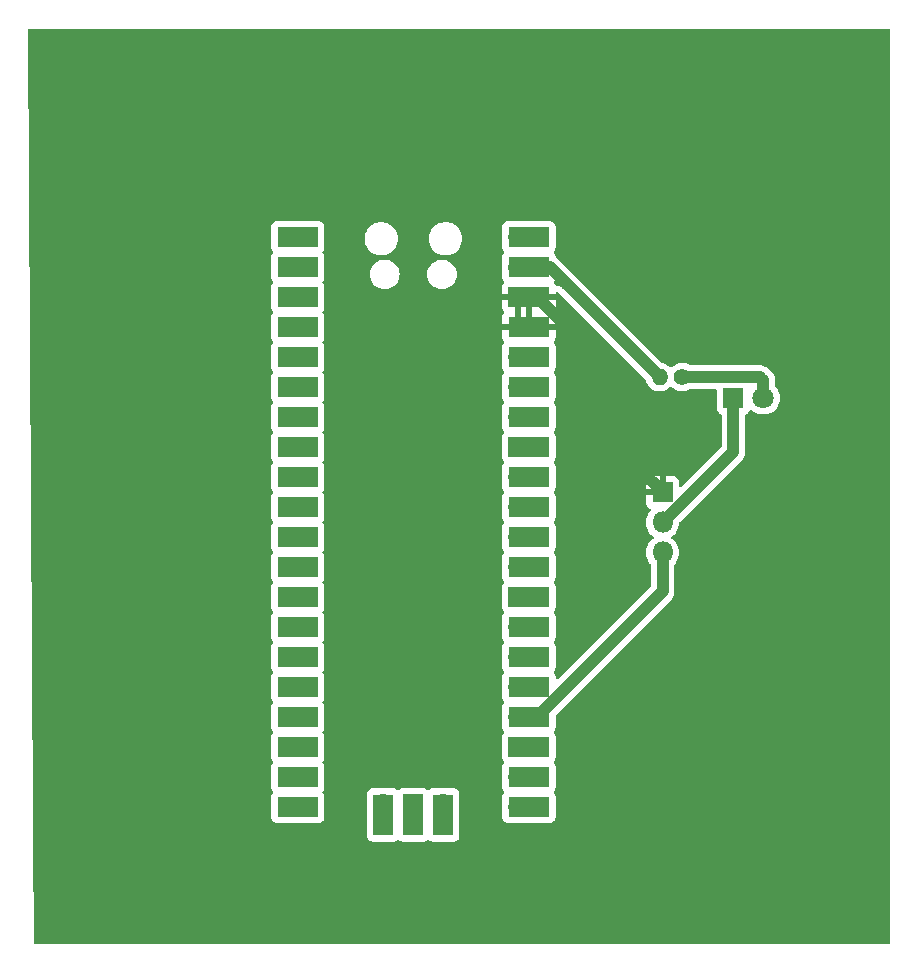
<source format=gbr>
%TF.GenerationSoftware,KiCad,Pcbnew,8.0.0*%
%TF.CreationDate,2024-03-27T20:18:41-03:00*%
%TF.ProjectId,ponderadaPcb,706f6e64-6572-4616-9461-5063622e6b69,rev?*%
%TF.SameCoordinates,Original*%
%TF.FileFunction,Copper,L1,Top*%
%TF.FilePolarity,Positive*%
%FSLAX46Y46*%
G04 Gerber Fmt 4.6, Leading zero omitted, Abs format (unit mm)*
G04 Created by KiCad (PCBNEW 8.0.0) date 2024-03-27 20:18:41*
%MOMM*%
%LPD*%
G01*
G04 APERTURE LIST*
%TA.AperFunction,ComponentPad*%
%ADD10O,1.700000X1.700000*%
%TD*%
%TA.AperFunction,SMDPad,CuDef*%
%ADD11R,3.500000X1.700000*%
%TD*%
%TA.AperFunction,ComponentPad*%
%ADD12R,1.700000X1.700000*%
%TD*%
%TA.AperFunction,SMDPad,CuDef*%
%ADD13R,1.700000X3.500000*%
%TD*%
%TA.AperFunction,ComponentPad*%
%ADD14C,1.400000*%
%TD*%
%TA.AperFunction,ComponentPad*%
%ADD15O,1.400000X1.400000*%
%TD*%
%TA.AperFunction,ComponentPad*%
%ADD16R,1.800000X1.800000*%
%TD*%
%TA.AperFunction,ComponentPad*%
%ADD17O,1.800000X1.800000*%
%TD*%
%TA.AperFunction,ComponentPad*%
%ADD18C,1.800000*%
%TD*%
%TA.AperFunction,Conductor*%
%ADD19C,0.200000*%
%TD*%
%TA.AperFunction,Conductor*%
%ADD20C,1.000000*%
%TD*%
G04 APERTURE END LIST*
D10*
%TO.P,U1,1,GPIO0*%
%TO.N,unconnected-(U1-GPIO0-Pad1)*%
X136255000Y-70655000D03*
D11*
X135355000Y-70655000D03*
D10*
%TO.P,U1,2,GPIO1*%
%TO.N,unconnected-(U1-GPIO1-Pad2)*%
X136255000Y-73195000D03*
D11*
X135355000Y-73195000D03*
%TO.P,U1,3,GND*%
%TO.N,unconnected-(U1-GND-Pad3)*%
X135355000Y-75735000D03*
D12*
X136255000Y-75735000D03*
D10*
%TO.P,U1,4,GPIO2*%
%TO.N,unconnected-(U1-GPIO2-Pad4)*%
X136255000Y-78275000D03*
D11*
X135355000Y-78275000D03*
D10*
%TO.P,U1,5,GPIO3*%
%TO.N,unconnected-(U1-GPIO3-Pad5)*%
X136255000Y-80815000D03*
D11*
X135355000Y-80815000D03*
D10*
%TO.P,U1,6,GPIO4*%
%TO.N,unconnected-(U1-GPIO4-Pad6)*%
X136255000Y-83355000D03*
D11*
X135355000Y-83355000D03*
%TO.P,U1,7,GPIO5*%
%TO.N,unconnected-(U1-GPIO5-Pad7)*%
X135355000Y-85895000D03*
D10*
X136255000Y-85895000D03*
D12*
%TO.P,U1,8,GND*%
%TO.N,unconnected-(U1-GND-Pad8)*%
X136255000Y-88435000D03*
D11*
X135355000Y-88435000D03*
%TO.P,U1,9,GPIO6*%
%TO.N,unconnected-(U1-GPIO6-Pad9)*%
X135355000Y-90975000D03*
D10*
X136255000Y-90975000D03*
%TO.P,U1,10,GPIO7*%
%TO.N,unconnected-(U1-GPIO7-Pad10)*%
X136255000Y-93515000D03*
D11*
X135355000Y-93515000D03*
%TO.P,U1,11,GPIO8*%
%TO.N,unconnected-(U1-GPIO8-Pad11)*%
X135355000Y-96055000D03*
D10*
X136255000Y-96055000D03*
%TO.P,U1,12,GPIO9*%
%TO.N,unconnected-(U1-GPIO9-Pad12)*%
X136255000Y-98595000D03*
D11*
X135355000Y-98595000D03*
D12*
%TO.P,U1,13,GND*%
%TO.N,unconnected-(U1-GND-Pad13)*%
X136255000Y-101135000D03*
D11*
X135355000Y-101135000D03*
%TO.P,U1,14,GPIO10*%
%TO.N,unconnected-(U1-GPIO10-Pad14)*%
X135355000Y-103675000D03*
D10*
X136255000Y-103675000D03*
%TO.P,U1,15,GPIO11*%
%TO.N,unconnected-(U1-GPIO11-Pad15)*%
X136255000Y-106215000D03*
D11*
X135355000Y-106215000D03*
%TO.P,U1,16,GPIO12*%
%TO.N,unconnected-(U1-GPIO12-Pad16)*%
X135355000Y-108755000D03*
D10*
X136255000Y-108755000D03*
D11*
%TO.P,U1,17,GPIO13*%
%TO.N,unconnected-(U1-GPIO13-Pad17)*%
X135355000Y-111295000D03*
D10*
X136255000Y-111295000D03*
D11*
%TO.P,U1,18,GND*%
%TO.N,unconnected-(U1-GND-Pad18)*%
X135355000Y-113835000D03*
D12*
X136255000Y-113835000D03*
D10*
%TO.P,U1,19,GPIO14*%
%TO.N,unconnected-(U1-GPIO14-Pad19)*%
X136255000Y-116375000D03*
D11*
X135355000Y-116375000D03*
%TO.P,U1,20,GPIO15*%
%TO.N,unconnected-(U1-GPIO15-Pad20)*%
X135355000Y-118915000D03*
D10*
X136255000Y-118915000D03*
D11*
%TO.P,U1,21,GPIO16*%
%TO.N,unconnected-(U1-GPIO16-Pad21)*%
X154935000Y-118915000D03*
D10*
X154035000Y-118915000D03*
D11*
%TO.P,U1,22,GPIO17*%
%TO.N,unconnected-(U1-GPIO17-Pad22)*%
X154935000Y-116375000D03*
D10*
X154035000Y-116375000D03*
D11*
%TO.P,U1,23,GND*%
%TO.N,unconnected-(U1-GND-Pad23)*%
X154935000Y-113835000D03*
D12*
X154035000Y-113835000D03*
D10*
%TO.P,U1,24,GPIO18*%
%TO.N,Net-(Q1-B)*%
X154035000Y-111295000D03*
D11*
X154935000Y-111295000D03*
%TO.P,U1,25,GPIO19*%
X154935000Y-108755000D03*
D10*
X154035000Y-108755000D03*
D11*
%TO.P,U1,26,GPIO20*%
%TO.N,unconnected-(U1-GPIO20-Pad26)*%
X154935000Y-106215000D03*
D10*
X154035000Y-106215000D03*
%TO.P,U1,27,GPIO21*%
%TO.N,unconnected-(U1-GPIO21-Pad27)*%
X154035000Y-103675000D03*
D11*
X154935000Y-103675000D03*
D12*
%TO.P,U1,28,GND*%
%TO.N,unconnected-(U1-GND-Pad28)*%
X154035000Y-101135000D03*
D11*
X154935000Y-101135000D03*
D10*
%TO.P,U1,29,GPIO22*%
%TO.N,unconnected-(U1-GPIO22-Pad29)*%
X154035000Y-98595000D03*
D11*
X154935000Y-98595000D03*
%TO.P,U1,30,RUN*%
%TO.N,unconnected-(U1-RUN-Pad30)*%
X154935000Y-96055000D03*
D10*
X154035000Y-96055000D03*
%TO.P,U1,31,GPIO26_ADC0*%
%TO.N,unconnected-(U1-GPIO26_ADC0-Pad31)*%
X154035000Y-93515000D03*
D11*
X154935000Y-93515000D03*
D10*
%TO.P,U1,32,GPIO27_ADC1*%
%TO.N,unconnected-(U1-GPIO27_ADC1-Pad32)*%
X154035000Y-90975000D03*
D11*
X154935000Y-90975000D03*
%TO.P,U1,33,AGND*%
%TO.N,unconnected-(U1-AGND-Pad33)*%
X154935000Y-88435000D03*
D12*
X154035000Y-88435000D03*
D11*
%TO.P,U1,34,GPIO28_ADC2*%
%TO.N,unconnected-(U1-GPIO28_ADC2-Pad34)*%
X154935000Y-85895000D03*
D10*
X154035000Y-85895000D03*
D11*
%TO.P,U1,35,ADC_VREF*%
%TO.N,unconnected-(U1-ADC_VREF-Pad35)*%
X154935000Y-83355000D03*
D10*
X154035000Y-83355000D03*
%TO.P,U1,36,3V3*%
%TO.N,unconnected-(U1-3V3-Pad36)*%
X154035000Y-80815000D03*
D11*
X154935000Y-80815000D03*
%TO.P,U1,37,3V3_EN*%
%TO.N,GND*%
X154935000Y-78275000D03*
D10*
X154035000Y-78275000D03*
D11*
%TO.P,U1,38,GND*%
X154935000Y-75735000D03*
D12*
X154035000Y-75735000D03*
D11*
%TO.P,U1,39,VSYS*%
%TO.N,VCC*%
X154935000Y-73195000D03*
D10*
X154035000Y-73195000D03*
%TO.P,U1,40,VBUS*%
%TO.N,unconnected-(U1-VBUS-Pad40)*%
X154035000Y-70655000D03*
D11*
X154935000Y-70655000D03*
D13*
%TO.P,U1,41,SWCLK*%
%TO.N,unconnected-(U1-SWCLK-Pad41)*%
X142605000Y-119585000D03*
D10*
X142605000Y-118685000D03*
D12*
%TO.P,U1,42,GND*%
%TO.N,unconnected-(U1-GND-Pad42)*%
X145145000Y-118685000D03*
D13*
X145145000Y-119585000D03*
D10*
%TO.P,U1,43,SWDIO*%
%TO.N,unconnected-(U1-SWDIO-Pad43)*%
X147685000Y-118685000D03*
D13*
X147685000Y-119585000D03*
%TD*%
D14*
%TO.P,R1,1*%
%TO.N,Net-(D1-A)*%
X167905000Y-82500000D03*
D15*
%TO.P,R1,2*%
%TO.N,VCC*%
X166005000Y-82500000D03*
%TD*%
D16*
%TO.P,Q1,1,E*%
%TO.N,GND*%
X166250000Y-92275000D03*
D17*
%TO.P,Q1,2,C*%
%TO.N,Net-(D1-K)*%
X166250000Y-94815000D03*
%TO.P,Q1,3,B*%
%TO.N,Net-(Q1-B)*%
X166250000Y-97355000D03*
%TD*%
D16*
%TO.P,D1,1,K*%
%TO.N,Net-(D1-K)*%
X172250000Y-84275000D03*
D18*
%TO.P,D1,2,A*%
%TO.N,Net-(D1-A)*%
X174790000Y-84275000D03*
%TD*%
D19*
%TO.N,Net-(D1-A)*%
X174790000Y-82790000D02*
X174500000Y-82500000D01*
D20*
X174790000Y-84275000D02*
X174790000Y-82790000D01*
D19*
%TO.N,VCC*%
X154035000Y-73195000D02*
X156700000Y-73195000D01*
D20*
X156700000Y-73195000D02*
X166005000Y-82500000D01*
%TO.N,Net-(D1-A)*%
X174500000Y-82500000D02*
X167905000Y-82500000D01*
D19*
%TO.N,Net-(Q1-B)*%
X155595000Y-111295000D02*
X154035000Y-111295000D01*
D20*
X166250000Y-97355000D02*
X166250000Y-100640000D01*
X166250000Y-100640000D02*
X155595000Y-111295000D01*
%TO.N,GND*%
X164350000Y-84490000D02*
X164350000Y-90375000D01*
X155595000Y-75735000D02*
X164350000Y-84490000D01*
D19*
X154035000Y-75735000D02*
X155595000Y-75735000D01*
D20*
X164350000Y-90375000D02*
X166250000Y-92275000D01*
%TO.N,Net-(D1-K)*%
X172250000Y-88815000D02*
X166250000Y-94815000D01*
X172250000Y-84275000D02*
X172250000Y-88815000D01*
%TD*%
%TA.AperFunction,Conductor*%
%TO.N,VCC*%
G36*
X157165713Y-72964685D02*
G01*
X157186355Y-72981319D01*
X165454963Y-81249927D01*
X165488448Y-81311250D01*
X165483464Y-81380942D01*
X165441592Y-81436875D01*
X165432560Y-81443035D01*
X165278738Y-81538278D01*
X165114391Y-81688099D01*
X164980368Y-81865574D01*
X164954192Y-81918141D01*
X164906688Y-81969377D01*
X164839025Y-81986797D01*
X164772685Y-81964870D01*
X164755512Y-81950548D01*
X157754146Y-74949181D01*
X157751562Y-74946687D01*
X157741161Y-74936650D01*
X157734683Y-74930618D01*
X157721235Y-74918537D01*
X157600195Y-74840750D01*
X157537132Y-74811950D01*
X157536652Y-74811728D01*
X157536636Y-74811723D01*
X157398583Y-74771189D01*
X157398582Y-74771189D01*
X157262826Y-74771189D01*
X157195787Y-74751504D01*
X157150032Y-74698700D01*
X157146644Y-74690521D01*
X157128798Y-74642673D01*
X157128795Y-74642668D01*
X157051109Y-74538893D01*
X157026692Y-74473430D01*
X157041543Y-74405157D01*
X157051110Y-74390271D01*
X157128352Y-74287089D01*
X157128354Y-74287086D01*
X157178596Y-74152379D01*
X157178598Y-74152372D01*
X157184999Y-74092844D01*
X157185000Y-74092827D01*
X157185000Y-73445000D01*
X154479560Y-73445000D01*
X154510245Y-73391853D01*
X154545000Y-73262143D01*
X154545000Y-73127857D01*
X154510245Y-72998147D01*
X154479560Y-72945000D01*
X157098674Y-72945000D01*
X157165713Y-72964685D01*
G37*
%TD.AperFunction*%
%TA.AperFunction,Conductor*%
G36*
X153559755Y-72998147D02*
G01*
X153525000Y-73127857D01*
X153525000Y-73262143D01*
X153559755Y-73391853D01*
X153590440Y-73445000D01*
X153314000Y-73445000D01*
X153246961Y-73425315D01*
X153201206Y-73372511D01*
X153190000Y-73321000D01*
X153190000Y-73259404D01*
X153190000Y-73259382D01*
X153189519Y-73237326D01*
X153189047Y-73226519D01*
X153187605Y-73204520D01*
X153187604Y-73204515D01*
X153187516Y-73203163D01*
X153187724Y-73203149D01*
X153187750Y-73186847D01*
X153187517Y-73186832D01*
X153189045Y-73163507D01*
X153189047Y-73163480D01*
X153189519Y-73152673D01*
X153190000Y-73130616D01*
X153190000Y-73069000D01*
X153209685Y-73001961D01*
X153262489Y-72956206D01*
X153314000Y-72945000D01*
X153590440Y-72945000D01*
X153559755Y-72998147D01*
G37*
%TD.AperFunction*%
%TD*%
%TA.AperFunction,Conductor*%
%TO.N,GND*%
G36*
X157390203Y-75300569D02*
G01*
X157396681Y-75306601D01*
X164800401Y-82710321D01*
X164831986Y-82764067D01*
X164880770Y-82935525D01*
X164880775Y-82935538D01*
X164979938Y-83134683D01*
X164979943Y-83134691D01*
X165114020Y-83312238D01*
X165278437Y-83462123D01*
X165278439Y-83462125D01*
X165467595Y-83579245D01*
X165467596Y-83579245D01*
X165467599Y-83579247D01*
X165675060Y-83659618D01*
X165893757Y-83700500D01*
X165893759Y-83700500D01*
X166116241Y-83700500D01*
X166116243Y-83700500D01*
X166334940Y-83659618D01*
X166542401Y-83579247D01*
X166731562Y-83462124D01*
X166871462Y-83334587D01*
X166934266Y-83303971D01*
X167003653Y-83312168D01*
X167038537Y-83334587D01*
X167131553Y-83419383D01*
X167178437Y-83462123D01*
X167178439Y-83462125D01*
X167367595Y-83579245D01*
X167367596Y-83579245D01*
X167367599Y-83579247D01*
X167575060Y-83659618D01*
X167793757Y-83700500D01*
X167793759Y-83700500D01*
X168016241Y-83700500D01*
X168016243Y-83700500D01*
X168234940Y-83659618D01*
X168442401Y-83579247D01*
X168539586Y-83519073D01*
X168604863Y-83500500D01*
X170725500Y-83500500D01*
X170792539Y-83520185D01*
X170838294Y-83572989D01*
X170849500Y-83624500D01*
X170849500Y-85222870D01*
X170849501Y-85222876D01*
X170855908Y-85282483D01*
X170906202Y-85417328D01*
X170906206Y-85417335D01*
X170992452Y-85532544D01*
X170992455Y-85532547D01*
X171107664Y-85618793D01*
X171107669Y-85618796D01*
X171168833Y-85641608D01*
X171224766Y-85683478D01*
X171249184Y-85748942D01*
X171249500Y-85757790D01*
X171249500Y-88349217D01*
X171229815Y-88416256D01*
X171213181Y-88436898D01*
X167861681Y-91788398D01*
X167800358Y-91821883D01*
X167730666Y-91816899D01*
X167674733Y-91775027D01*
X167650316Y-91709563D01*
X167650000Y-91700717D01*
X167650000Y-91327172D01*
X167649999Y-91327155D01*
X167643598Y-91267627D01*
X167643596Y-91267620D01*
X167593354Y-91132913D01*
X167593350Y-91132906D01*
X167507190Y-91017812D01*
X167507187Y-91017809D01*
X167392093Y-90931649D01*
X167392086Y-90931645D01*
X167257379Y-90881403D01*
X167257372Y-90881401D01*
X167197844Y-90875000D01*
X166500000Y-90875000D01*
X166500000Y-91841988D01*
X166442993Y-91809075D01*
X166315826Y-91775000D01*
X166184174Y-91775000D01*
X166057007Y-91809075D01*
X166000000Y-91841988D01*
X166000000Y-90875000D01*
X165302155Y-90875000D01*
X165242627Y-90881401D01*
X165242620Y-90881403D01*
X165107913Y-90931645D01*
X165107906Y-90931649D01*
X164992812Y-91017809D01*
X164992809Y-91017812D01*
X164906649Y-91132906D01*
X164906645Y-91132913D01*
X164856403Y-91267620D01*
X164856401Y-91267627D01*
X164850000Y-91327155D01*
X164850000Y-92025000D01*
X165816988Y-92025000D01*
X165784075Y-92082007D01*
X165750000Y-92209174D01*
X165750000Y-92340826D01*
X165784075Y-92467993D01*
X165816988Y-92525000D01*
X164850000Y-92525000D01*
X164850000Y-93222844D01*
X164856401Y-93282372D01*
X164856403Y-93282379D01*
X164906645Y-93417086D01*
X164906649Y-93417093D01*
X164992809Y-93532187D01*
X164992812Y-93532190D01*
X165107906Y-93618350D01*
X165107913Y-93618354D01*
X165188270Y-93648325D01*
X165244204Y-93690196D01*
X165268621Y-93755660D01*
X165253770Y-93823933D01*
X165236168Y-93848489D01*
X165141021Y-93951847D01*
X165141019Y-93951848D01*
X165141016Y-93951853D01*
X165014075Y-94146151D01*
X164920842Y-94358699D01*
X164863866Y-94583691D01*
X164863864Y-94583702D01*
X164844700Y-94814993D01*
X164844700Y-94815006D01*
X164863864Y-95046297D01*
X164863866Y-95046308D01*
X164920842Y-95271300D01*
X165014075Y-95483848D01*
X165141016Y-95678147D01*
X165141019Y-95678151D01*
X165141021Y-95678153D01*
X165298216Y-95848913D01*
X165298219Y-95848915D01*
X165298222Y-95848918D01*
X165475818Y-95987147D01*
X165516631Y-96043857D01*
X165520306Y-96113630D01*
X165485674Y-96174313D01*
X165475818Y-96182853D01*
X165298222Y-96321081D01*
X165298219Y-96321084D01*
X165141016Y-96491852D01*
X165014075Y-96686151D01*
X164920842Y-96898699D01*
X164863866Y-97123691D01*
X164863864Y-97123702D01*
X164844700Y-97354993D01*
X164844700Y-97355006D01*
X164863864Y-97586297D01*
X164863866Y-97586308D01*
X164920842Y-97811300D01*
X165014075Y-98023848D01*
X165141016Y-98218147D01*
X165141019Y-98218151D01*
X165141021Y-98218153D01*
X165216731Y-98300396D01*
X165247652Y-98363049D01*
X165249500Y-98384377D01*
X165249500Y-100174217D01*
X165229815Y-100241256D01*
X165213181Y-100261898D01*
X157397180Y-108077899D01*
X157335857Y-108111384D01*
X157266165Y-108106400D01*
X157210232Y-108064528D01*
X157185815Y-107999064D01*
X157185499Y-107990218D01*
X157185499Y-107857129D01*
X157185498Y-107857123D01*
X157185497Y-107857116D01*
X157179091Y-107797517D01*
X157128796Y-107662669D01*
X157051421Y-107559309D01*
X157027004Y-107493848D01*
X157041855Y-107425575D01*
X157051416Y-107410696D01*
X157128796Y-107307331D01*
X157179091Y-107172483D01*
X157185500Y-107112873D01*
X157185499Y-105317128D01*
X157179091Y-105257517D01*
X157128796Y-105122669D01*
X157051421Y-105019309D01*
X157027004Y-104953848D01*
X157041855Y-104885575D01*
X157051416Y-104870696D01*
X157128796Y-104767331D01*
X157179091Y-104632483D01*
X157185500Y-104572873D01*
X157185499Y-102777128D01*
X157179091Y-102717517D01*
X157128796Y-102582669D01*
X157051421Y-102479309D01*
X157027004Y-102413848D01*
X157041855Y-102345575D01*
X157051416Y-102330696D01*
X157128796Y-102227331D01*
X157179091Y-102092483D01*
X157185500Y-102032873D01*
X157185499Y-100237128D01*
X157179091Y-100177517D01*
X157177860Y-100174217D01*
X157128797Y-100042671D01*
X157128795Y-100042668D01*
X157051421Y-99939309D01*
X157027004Y-99873848D01*
X157041855Y-99805575D01*
X157051416Y-99790696D01*
X157128796Y-99687331D01*
X157179091Y-99552483D01*
X157185500Y-99492873D01*
X157185499Y-97697128D01*
X157179091Y-97637517D01*
X157159991Y-97586308D01*
X157128797Y-97502671D01*
X157128795Y-97502668D01*
X157051421Y-97399309D01*
X157027004Y-97333848D01*
X157041855Y-97265575D01*
X157051416Y-97250696D01*
X157128796Y-97147331D01*
X157179091Y-97012483D01*
X157185500Y-96952873D01*
X157185499Y-95157128D01*
X157179091Y-95097517D01*
X157159991Y-95046308D01*
X157128797Y-94962671D01*
X157128795Y-94962668D01*
X157051421Y-94859309D01*
X157027004Y-94793848D01*
X157041855Y-94725575D01*
X157051416Y-94710696D01*
X157128796Y-94607331D01*
X157179091Y-94472483D01*
X157185500Y-94412873D01*
X157185499Y-92617128D01*
X157179091Y-92557517D01*
X157162783Y-92513794D01*
X157128797Y-92422671D01*
X157128795Y-92422668D01*
X157051421Y-92319309D01*
X157027004Y-92253848D01*
X157041855Y-92185575D01*
X157051416Y-92170696D01*
X157128796Y-92067331D01*
X157179091Y-91932483D01*
X157185500Y-91872873D01*
X157185499Y-90077128D01*
X157179091Y-90017517D01*
X157128796Y-89882669D01*
X157051421Y-89779309D01*
X157027004Y-89713848D01*
X157041855Y-89645575D01*
X157051416Y-89630696D01*
X157128796Y-89527331D01*
X157179091Y-89392483D01*
X157185500Y-89332873D01*
X157185499Y-87537128D01*
X157179091Y-87477517D01*
X157128796Y-87342669D01*
X157051421Y-87239309D01*
X157027004Y-87173848D01*
X157041855Y-87105575D01*
X157051416Y-87090696D01*
X157128796Y-86987331D01*
X157179091Y-86852483D01*
X157185500Y-86792873D01*
X157185499Y-84997128D01*
X157179091Y-84937517D01*
X157128796Y-84802669D01*
X157051421Y-84699309D01*
X157027004Y-84633848D01*
X157041855Y-84565575D01*
X157051416Y-84550696D01*
X157128796Y-84447331D01*
X157179091Y-84312483D01*
X157185500Y-84252873D01*
X157185499Y-82457128D01*
X157179091Y-82397517D01*
X157148721Y-82316092D01*
X157128797Y-82262671D01*
X157128795Y-82262668D01*
X157051421Y-82159309D01*
X157027004Y-82093848D01*
X157041855Y-82025575D01*
X157051416Y-82010696D01*
X157128796Y-81907331D01*
X157179091Y-81772483D01*
X157185500Y-81712873D01*
X157185499Y-79917128D01*
X157179091Y-79857517D01*
X157128796Y-79722669D01*
X157051109Y-79618893D01*
X157026692Y-79553430D01*
X157041543Y-79485157D01*
X157051110Y-79470271D01*
X157128352Y-79367089D01*
X157128354Y-79367086D01*
X157178596Y-79232379D01*
X157178598Y-79232372D01*
X157184999Y-79172844D01*
X157185000Y-79172827D01*
X157185000Y-78525000D01*
X154479560Y-78525000D01*
X154510245Y-78471853D01*
X154545000Y-78342143D01*
X154545000Y-78207857D01*
X154510245Y-78078147D01*
X154479560Y-78025000D01*
X154685000Y-78025000D01*
X154685000Y-75985000D01*
X155185000Y-75985000D01*
X155185000Y-78025000D01*
X157185000Y-78025000D01*
X157185000Y-77377172D01*
X157184999Y-77377155D01*
X157178598Y-77317627D01*
X157178596Y-77317620D01*
X157128354Y-77182913D01*
X157128352Y-77182910D01*
X157050798Y-77079312D01*
X157026380Y-77013848D01*
X157041231Y-76945574D01*
X157050798Y-76930688D01*
X157128352Y-76827089D01*
X157128354Y-76827086D01*
X157178596Y-76692379D01*
X157178598Y-76692372D01*
X157184999Y-76632844D01*
X157185000Y-76632827D01*
X157185000Y-75985000D01*
X155185000Y-75985000D01*
X154685000Y-75985000D01*
X154479560Y-75985000D01*
X154510245Y-75931853D01*
X154545000Y-75802143D01*
X154545000Y-75667857D01*
X154510245Y-75538147D01*
X154479560Y-75485000D01*
X157185000Y-75485000D01*
X157185000Y-75394282D01*
X157204685Y-75327243D01*
X157257489Y-75281488D01*
X157326647Y-75271544D01*
X157390203Y-75300569D01*
G37*
%TD.AperFunction*%
%TA.AperFunction,Conductor*%
G36*
X154285000Y-77830439D02*
G01*
X154231853Y-77799755D01*
X154102143Y-77765000D01*
X153967857Y-77765000D01*
X153838147Y-77799755D01*
X153785000Y-77830439D01*
X153785000Y-76179560D01*
X153838147Y-76210245D01*
X153967857Y-76245000D01*
X154102143Y-76245000D01*
X154231853Y-76210245D01*
X154285000Y-76179560D01*
X154285000Y-77830439D01*
G37*
%TD.AperFunction*%
%TA.AperFunction,Conductor*%
G36*
X185443039Y-53019685D02*
G01*
X185488794Y-53072489D01*
X185500000Y-53124000D01*
X185500000Y-130376000D01*
X185480315Y-130443039D01*
X185427511Y-130488794D01*
X185376000Y-130500000D01*
X113123202Y-130500000D01*
X113056163Y-130480315D01*
X113010408Y-130427511D01*
X112999205Y-130376800D01*
X112944059Y-121829091D01*
X112931051Y-119812870D01*
X133104500Y-119812870D01*
X133104501Y-119812876D01*
X133110908Y-119872483D01*
X133161202Y-120007328D01*
X133161206Y-120007335D01*
X133247452Y-120122544D01*
X133247455Y-120122547D01*
X133362664Y-120208793D01*
X133362671Y-120208797D01*
X133497517Y-120259091D01*
X133497516Y-120259091D01*
X133504444Y-120259835D01*
X133557127Y-120265500D01*
X136190611Y-120265499D01*
X136201419Y-120265971D01*
X136254999Y-120270659D01*
X136255000Y-120270659D01*
X136255001Y-120270659D01*
X136308580Y-120265971D01*
X136319388Y-120265499D01*
X137152871Y-120265499D01*
X137152872Y-120265499D01*
X137212483Y-120259091D01*
X137347331Y-120208796D01*
X137462546Y-120122546D01*
X137548796Y-120007331D01*
X137599091Y-119872483D01*
X137605500Y-119812873D01*
X137605499Y-118979383D01*
X137605971Y-118968576D01*
X137610659Y-118915000D01*
X137610659Y-118914999D01*
X137605971Y-118861421D01*
X137605499Y-118850613D01*
X137605499Y-118685001D01*
X141249341Y-118685001D01*
X141254028Y-118738574D01*
X141254500Y-118749381D01*
X141254500Y-121382870D01*
X141254501Y-121382876D01*
X141260908Y-121442483D01*
X141311202Y-121577328D01*
X141311206Y-121577335D01*
X141397452Y-121692544D01*
X141397455Y-121692547D01*
X141512664Y-121778793D01*
X141512671Y-121778797D01*
X141647517Y-121829091D01*
X141647516Y-121829091D01*
X141654444Y-121829835D01*
X141707127Y-121835500D01*
X143502872Y-121835499D01*
X143562483Y-121829091D01*
X143697331Y-121778796D01*
X143800690Y-121701421D01*
X143866152Y-121677004D01*
X143934425Y-121691855D01*
X143949303Y-121701416D01*
X144052665Y-121778793D01*
X144052668Y-121778795D01*
X144052671Y-121778797D01*
X144187517Y-121829091D01*
X144187516Y-121829091D01*
X144194444Y-121829835D01*
X144247127Y-121835500D01*
X146042872Y-121835499D01*
X146102483Y-121829091D01*
X146237331Y-121778796D01*
X146340690Y-121701421D01*
X146406152Y-121677004D01*
X146474425Y-121691855D01*
X146489303Y-121701416D01*
X146592665Y-121778793D01*
X146592668Y-121778795D01*
X146592671Y-121778797D01*
X146727517Y-121829091D01*
X146727516Y-121829091D01*
X146734444Y-121829835D01*
X146787127Y-121835500D01*
X148582872Y-121835499D01*
X148642483Y-121829091D01*
X148777331Y-121778796D01*
X148892546Y-121692546D01*
X148978796Y-121577331D01*
X149029091Y-121442483D01*
X149035500Y-121382873D01*
X149035499Y-118915002D01*
X152679341Y-118915002D01*
X152684028Y-118968576D01*
X152684500Y-118979383D01*
X152684500Y-119812870D01*
X152684501Y-119812876D01*
X152690908Y-119872483D01*
X152741202Y-120007328D01*
X152741206Y-120007335D01*
X152827452Y-120122544D01*
X152827455Y-120122547D01*
X152942664Y-120208793D01*
X152942671Y-120208797D01*
X153077517Y-120259091D01*
X153077516Y-120259091D01*
X153084444Y-120259835D01*
X153137127Y-120265500D01*
X153970616Y-120265499D01*
X153981425Y-120265971D01*
X154035000Y-120270659D01*
X154088575Y-120265971D01*
X154099384Y-120265499D01*
X156732871Y-120265499D01*
X156732872Y-120265499D01*
X156792483Y-120259091D01*
X156927331Y-120208796D01*
X157042546Y-120122546D01*
X157128796Y-120007331D01*
X157179091Y-119872483D01*
X157185500Y-119812873D01*
X157185499Y-118017128D01*
X157179091Y-117957517D01*
X157128796Y-117822669D01*
X157051421Y-117719309D01*
X157027004Y-117653848D01*
X157041855Y-117585575D01*
X157051416Y-117570696D01*
X157128796Y-117467331D01*
X157179091Y-117332483D01*
X157185500Y-117272873D01*
X157185499Y-115477128D01*
X157179091Y-115417517D01*
X157128796Y-115282669D01*
X157051421Y-115179309D01*
X157027004Y-115113848D01*
X157041855Y-115045575D01*
X157051416Y-115030696D01*
X157128796Y-114927331D01*
X157179091Y-114792483D01*
X157185500Y-114732873D01*
X157185499Y-112937128D01*
X157179091Y-112877517D01*
X157128796Y-112742669D01*
X157051421Y-112639309D01*
X157027004Y-112573848D01*
X157041855Y-112505575D01*
X157051416Y-112490696D01*
X157128796Y-112387331D01*
X157179091Y-112252483D01*
X157185500Y-112192873D01*
X157185499Y-111170780D01*
X157205183Y-111103742D01*
X157221813Y-111083105D01*
X167027140Y-101277781D01*
X167136632Y-101113914D01*
X167212052Y-100931835D01*
X167250501Y-100738540D01*
X167250501Y-100541459D01*
X167250501Y-100536349D01*
X167250500Y-100536323D01*
X167250500Y-98384377D01*
X167270185Y-98317338D01*
X167283264Y-98300401D01*
X167358979Y-98218153D01*
X167485924Y-98023849D01*
X167579157Y-97811300D01*
X167636134Y-97586305D01*
X167643064Y-97502669D01*
X167655300Y-97355006D01*
X167655300Y-97354993D01*
X167636135Y-97123702D01*
X167636133Y-97123691D01*
X167579157Y-96898699D01*
X167485924Y-96686151D01*
X167358983Y-96491852D01*
X167358980Y-96491849D01*
X167358979Y-96491847D01*
X167201784Y-96321087D01*
X167024180Y-96182853D01*
X166983368Y-96126143D01*
X166979693Y-96056370D01*
X167014324Y-95995687D01*
X167024181Y-95987146D01*
X167201784Y-95848913D01*
X167358979Y-95678153D01*
X167485924Y-95483849D01*
X167579157Y-95271300D01*
X167636134Y-95046305D01*
X167650676Y-94870785D01*
X167675829Y-94805603D01*
X167686564Y-94793354D01*
X173027139Y-89452782D01*
X173067429Y-89392483D01*
X173136632Y-89288914D01*
X173212051Y-89106835D01*
X173250500Y-88913541D01*
X173250500Y-85757790D01*
X173270185Y-85690751D01*
X173322989Y-85644996D01*
X173331146Y-85641616D01*
X173392331Y-85618796D01*
X173507546Y-85532546D01*
X173593796Y-85417331D01*
X173622455Y-85340493D01*
X173664326Y-85284559D01*
X173729790Y-85260141D01*
X173798063Y-85274992D01*
X173829866Y-85299843D01*
X173837302Y-85307920D01*
X173838215Y-85308912D01*
X173838222Y-85308918D01*
X174021365Y-85451464D01*
X174021371Y-85451468D01*
X174021374Y-85451470D01*
X174225497Y-85561936D01*
X174339487Y-85601068D01*
X174445015Y-85637297D01*
X174445017Y-85637297D01*
X174445019Y-85637298D01*
X174673951Y-85675500D01*
X174673952Y-85675500D01*
X174906048Y-85675500D01*
X174906049Y-85675500D01*
X175134981Y-85637298D01*
X175354503Y-85561936D01*
X175558626Y-85451470D01*
X175741784Y-85308913D01*
X175898979Y-85138153D01*
X176025924Y-84943849D01*
X176119157Y-84731300D01*
X176176134Y-84506305D01*
X176181021Y-84447328D01*
X176195300Y-84275006D01*
X176195300Y-84274993D01*
X176176135Y-84043702D01*
X176176133Y-84043691D01*
X176119157Y-83818699D01*
X176025924Y-83606151D01*
X175898979Y-83411846D01*
X175898977Y-83411844D01*
X175823270Y-83329603D01*
X175792348Y-83266948D01*
X175790500Y-83245621D01*
X175790500Y-82691456D01*
X175752052Y-82498170D01*
X175752051Y-82498169D01*
X175752051Y-82498165D01*
X175735056Y-82457135D01*
X175676635Y-82316092D01*
X175676628Y-82316079D01*
X175567139Y-82152218D01*
X175567136Y-82152214D01*
X175427785Y-82012863D01*
X175427781Y-82012860D01*
X175357986Y-81966224D01*
X175323775Y-81932013D01*
X175277139Y-81862218D01*
X175277136Y-81862214D01*
X175137785Y-81722863D01*
X175137781Y-81722860D01*
X174973920Y-81613371D01*
X174973907Y-81613364D01*
X174791839Y-81537950D01*
X174791829Y-81537947D01*
X174598543Y-81499500D01*
X174598541Y-81499500D01*
X168604863Y-81499500D01*
X168539586Y-81480927D01*
X168442404Y-81420754D01*
X168442398Y-81420752D01*
X168234940Y-81340382D01*
X168016243Y-81299500D01*
X167793757Y-81299500D01*
X167575060Y-81340382D01*
X167443864Y-81391207D01*
X167367601Y-81420752D01*
X167367595Y-81420754D01*
X167178439Y-81537874D01*
X167178437Y-81537876D01*
X167038538Y-81665411D01*
X166975734Y-81696028D01*
X166906347Y-81687830D01*
X166871462Y-81665411D01*
X166731562Y-81537876D01*
X166731560Y-81537874D01*
X166542404Y-81420754D01*
X166542398Y-81420751D01*
X166400536Y-81365794D01*
X166334940Y-81340382D01*
X166334936Y-81340381D01*
X166334931Y-81340380D01*
X166280883Y-81330276D01*
X166218603Y-81298608D01*
X166215989Y-81296069D01*
X157337784Y-72417863D01*
X157337780Y-72417860D01*
X157235900Y-72349786D01*
X157191095Y-72296174D01*
X157181501Y-72259936D01*
X157179091Y-72237516D01*
X157128797Y-72102671D01*
X157128795Y-72102668D01*
X157051421Y-71999309D01*
X157027004Y-71933848D01*
X157041855Y-71865575D01*
X157051416Y-71850696D01*
X157128796Y-71747331D01*
X157179091Y-71612483D01*
X157185500Y-71552873D01*
X157185499Y-69757128D01*
X157179091Y-69697517D01*
X157145901Y-69608531D01*
X157128797Y-69562671D01*
X157128793Y-69562664D01*
X157042547Y-69447455D01*
X157042544Y-69447452D01*
X156927335Y-69361206D01*
X156927328Y-69361202D01*
X156792482Y-69310908D01*
X156792483Y-69310908D01*
X156732883Y-69304501D01*
X156732881Y-69304500D01*
X156732873Y-69304500D01*
X156732865Y-69304500D01*
X154099385Y-69304500D01*
X154088578Y-69304028D01*
X154035001Y-69299341D01*
X154034997Y-69299341D01*
X153981419Y-69304028D01*
X153970613Y-69304500D01*
X153137129Y-69304500D01*
X153137123Y-69304501D01*
X153077516Y-69310908D01*
X152942671Y-69361202D01*
X152942664Y-69361206D01*
X152827455Y-69447452D01*
X152827452Y-69447455D01*
X152741206Y-69562664D01*
X152741202Y-69562671D01*
X152690908Y-69697517D01*
X152685149Y-69751087D01*
X152684501Y-69757123D01*
X152684500Y-69757135D01*
X152684500Y-70590616D01*
X152684028Y-70601423D01*
X152679341Y-70654997D01*
X152679341Y-70655002D01*
X152684028Y-70708576D01*
X152684500Y-70719383D01*
X152684500Y-71552870D01*
X152684501Y-71552876D01*
X152690908Y-71612483D01*
X152741202Y-71747328D01*
X152741203Y-71747330D01*
X152818578Y-71850689D01*
X152842995Y-71916153D01*
X152828144Y-71984426D01*
X152818578Y-71999311D01*
X152741203Y-72102669D01*
X152741202Y-72102671D01*
X152690908Y-72237517D01*
X152684602Y-72296174D01*
X152684501Y-72297123D01*
X152684500Y-72297135D01*
X152684500Y-73130616D01*
X152684028Y-73141423D01*
X152679341Y-73194997D01*
X152679341Y-73195002D01*
X152684028Y-73248576D01*
X152684500Y-73259383D01*
X152684500Y-74092870D01*
X152684501Y-74092876D01*
X152690908Y-74152483D01*
X152741202Y-74287328D01*
X152741206Y-74287335D01*
X152818889Y-74391105D01*
X152843307Y-74456569D01*
X152828456Y-74524842D01*
X152818890Y-74539727D01*
X152741647Y-74642910D01*
X152741645Y-74642913D01*
X152691403Y-74777620D01*
X152691401Y-74777627D01*
X152685000Y-74837155D01*
X152685000Y-75485000D01*
X153590440Y-75485000D01*
X153559755Y-75538147D01*
X153525000Y-75667857D01*
X153525000Y-75802143D01*
X153559755Y-75931853D01*
X153590440Y-75985000D01*
X152685000Y-75985000D01*
X152685000Y-76632844D01*
X152691401Y-76692372D01*
X152691403Y-76692379D01*
X152741645Y-76827086D01*
X152741647Y-76827088D01*
X152819202Y-76930689D01*
X152843619Y-76996153D01*
X152828768Y-77064426D01*
X152819202Y-77079311D01*
X152741647Y-77182911D01*
X152741645Y-77182913D01*
X152691403Y-77317620D01*
X152691401Y-77317627D01*
X152685000Y-77377155D01*
X152685000Y-78025000D01*
X153590440Y-78025000D01*
X153559755Y-78078147D01*
X153525000Y-78207857D01*
X153525000Y-78342143D01*
X153559755Y-78471853D01*
X153590440Y-78525000D01*
X152685000Y-78525000D01*
X152685000Y-79172844D01*
X152691401Y-79232372D01*
X152691403Y-79232379D01*
X152741645Y-79367086D01*
X152741646Y-79367088D01*
X152818890Y-79470272D01*
X152843307Y-79535736D01*
X152828456Y-79604009D01*
X152818890Y-79618894D01*
X152741204Y-79722669D01*
X152741202Y-79722671D01*
X152690908Y-79857517D01*
X152684501Y-79917116D01*
X152684501Y-79917123D01*
X152684500Y-79917135D01*
X152684500Y-80750616D01*
X152684028Y-80761423D01*
X152679341Y-80814997D01*
X152679341Y-80815002D01*
X152684028Y-80868576D01*
X152684500Y-80879383D01*
X152684500Y-81712870D01*
X152684501Y-81712876D01*
X152690908Y-81772483D01*
X152741202Y-81907328D01*
X152741203Y-81907330D01*
X152818578Y-82010689D01*
X152842995Y-82076153D01*
X152828144Y-82144426D01*
X152818578Y-82159311D01*
X152741203Y-82262669D01*
X152741202Y-82262671D01*
X152690908Y-82397517D01*
X152684501Y-82457116D01*
X152684501Y-82457123D01*
X152684500Y-82457135D01*
X152684500Y-83290616D01*
X152684028Y-83301423D01*
X152679341Y-83354997D01*
X152679341Y-83355002D01*
X152684028Y-83408576D01*
X152684500Y-83419383D01*
X152684500Y-84252870D01*
X152684501Y-84252876D01*
X152690908Y-84312483D01*
X152741202Y-84447328D01*
X152741203Y-84447330D01*
X152818578Y-84550689D01*
X152842995Y-84616153D01*
X152828144Y-84684426D01*
X152818578Y-84699311D01*
X152741203Y-84802669D01*
X152741202Y-84802671D01*
X152690908Y-84937517D01*
X152684501Y-84997116D01*
X152684501Y-84997123D01*
X152684500Y-84997135D01*
X152684500Y-85830616D01*
X152684028Y-85841423D01*
X152679341Y-85894997D01*
X152679341Y-85895002D01*
X152684028Y-85948576D01*
X152684500Y-85959383D01*
X152684500Y-86792870D01*
X152684501Y-86792876D01*
X152690908Y-86852483D01*
X152741202Y-86987328D01*
X152741203Y-86987330D01*
X152818578Y-87090689D01*
X152842995Y-87156153D01*
X152828144Y-87224426D01*
X152818578Y-87239311D01*
X152741203Y-87342669D01*
X152741202Y-87342671D01*
X152690908Y-87477517D01*
X152684501Y-87537116D01*
X152684501Y-87537123D01*
X152684500Y-87537135D01*
X152684500Y-89332870D01*
X152684501Y-89332876D01*
X152690908Y-89392483D01*
X152741202Y-89527328D01*
X152741203Y-89527330D01*
X152818578Y-89630689D01*
X152842995Y-89696153D01*
X152828144Y-89764426D01*
X152818578Y-89779311D01*
X152741203Y-89882669D01*
X152741202Y-89882671D01*
X152690908Y-90017517D01*
X152684501Y-90077116D01*
X152684501Y-90077123D01*
X152684500Y-90077135D01*
X152684500Y-90910616D01*
X152684028Y-90921423D01*
X152679341Y-90974997D01*
X152679341Y-90975002D01*
X152684028Y-91028576D01*
X152684500Y-91039383D01*
X152684500Y-91872870D01*
X152684501Y-91872876D01*
X152690908Y-91932483D01*
X152741202Y-92067328D01*
X152741203Y-92067330D01*
X152818578Y-92170689D01*
X152842995Y-92236153D01*
X152828144Y-92304426D01*
X152818578Y-92319311D01*
X152741203Y-92422669D01*
X152741202Y-92422671D01*
X152690908Y-92557517D01*
X152684501Y-92617116D01*
X152684501Y-92617123D01*
X152684500Y-92617135D01*
X152684500Y-93450616D01*
X152684028Y-93461423D01*
X152679341Y-93514997D01*
X152679341Y-93515002D01*
X152684028Y-93568576D01*
X152684500Y-93579383D01*
X152684500Y-94412870D01*
X152684501Y-94412876D01*
X152690908Y-94472483D01*
X152741202Y-94607328D01*
X152741203Y-94607330D01*
X152818578Y-94710689D01*
X152842995Y-94776153D01*
X152828144Y-94844426D01*
X152818578Y-94859311D01*
X152741203Y-94962669D01*
X152741202Y-94962671D01*
X152690908Y-95097517D01*
X152684501Y-95157116D01*
X152684501Y-95157123D01*
X152684500Y-95157135D01*
X152684500Y-95990616D01*
X152684028Y-96001423D01*
X152679341Y-96054997D01*
X152679341Y-96055002D01*
X152684028Y-96108576D01*
X152684500Y-96119383D01*
X152684500Y-96952870D01*
X152684501Y-96952876D01*
X152690908Y-97012483D01*
X152741202Y-97147328D01*
X152741203Y-97147330D01*
X152818578Y-97250689D01*
X152842995Y-97316153D01*
X152828144Y-97384426D01*
X152818578Y-97399311D01*
X152741203Y-97502669D01*
X152741202Y-97502671D01*
X152690908Y-97637517D01*
X152684501Y-97697116D01*
X152684501Y-97697123D01*
X152684500Y-97697135D01*
X152684500Y-98530616D01*
X152684028Y-98541423D01*
X152679341Y-98594997D01*
X152679341Y-98595002D01*
X152684028Y-98648576D01*
X152684500Y-98659383D01*
X152684500Y-99492870D01*
X152684501Y-99492876D01*
X152690908Y-99552483D01*
X152741202Y-99687328D01*
X152741203Y-99687330D01*
X152818578Y-99790689D01*
X152842995Y-99856153D01*
X152828144Y-99924426D01*
X152818578Y-99939311D01*
X152741203Y-100042669D01*
X152741202Y-100042671D01*
X152690908Y-100177517D01*
X152684501Y-100237116D01*
X152684501Y-100237123D01*
X152684500Y-100237135D01*
X152684500Y-102032870D01*
X152684501Y-102032876D01*
X152690908Y-102092483D01*
X152741202Y-102227328D01*
X152741203Y-102227330D01*
X152818578Y-102330689D01*
X152842995Y-102396153D01*
X152828144Y-102464426D01*
X152818578Y-102479311D01*
X152741203Y-102582669D01*
X152741202Y-102582671D01*
X152690908Y-102717517D01*
X152684501Y-102777116D01*
X152684501Y-102777123D01*
X152684500Y-102777135D01*
X152684500Y-103610616D01*
X152684028Y-103621423D01*
X152679341Y-103674997D01*
X152679341Y-103675002D01*
X152684028Y-103728576D01*
X152684500Y-103739383D01*
X152684500Y-104572870D01*
X152684501Y-104572876D01*
X152690908Y-104632483D01*
X152741202Y-104767328D01*
X152741203Y-104767330D01*
X152818578Y-104870689D01*
X152842995Y-104936153D01*
X152828144Y-105004426D01*
X152818578Y-105019311D01*
X152741203Y-105122669D01*
X152741202Y-105122671D01*
X152690908Y-105257517D01*
X152684501Y-105317116D01*
X152684501Y-105317123D01*
X152684500Y-105317135D01*
X152684500Y-106150616D01*
X152684028Y-106161423D01*
X152679341Y-106214997D01*
X152679341Y-106215002D01*
X152684028Y-106268576D01*
X152684500Y-106279383D01*
X152684500Y-107112870D01*
X152684501Y-107112876D01*
X152690908Y-107172483D01*
X152741202Y-107307328D01*
X152741203Y-107307330D01*
X152818578Y-107410689D01*
X152842995Y-107476153D01*
X152828144Y-107544426D01*
X152818578Y-107559311D01*
X152741203Y-107662669D01*
X152741202Y-107662671D01*
X152690908Y-107797517D01*
X152684501Y-107857116D01*
X152684501Y-107857123D01*
X152684500Y-107857135D01*
X152684500Y-108690616D01*
X152684028Y-108701423D01*
X152679341Y-108754997D01*
X152679341Y-108755002D01*
X152684028Y-108808576D01*
X152684500Y-108819383D01*
X152684500Y-109652870D01*
X152684501Y-109652876D01*
X152690908Y-109712483D01*
X152741202Y-109847328D01*
X152741203Y-109847330D01*
X152818578Y-109950689D01*
X152842995Y-110016153D01*
X152828144Y-110084426D01*
X152818578Y-110099311D01*
X152741203Y-110202669D01*
X152741202Y-110202671D01*
X152690908Y-110337517D01*
X152684501Y-110397116D01*
X152684501Y-110397123D01*
X152684500Y-110397135D01*
X152684500Y-111230616D01*
X152684028Y-111241423D01*
X152679341Y-111294997D01*
X152679341Y-111295002D01*
X152684028Y-111348576D01*
X152684500Y-111359383D01*
X152684500Y-112192870D01*
X152684501Y-112192876D01*
X152690908Y-112252483D01*
X152741202Y-112387328D01*
X152741203Y-112387330D01*
X152818578Y-112490689D01*
X152842995Y-112556153D01*
X152828144Y-112624426D01*
X152818578Y-112639311D01*
X152741203Y-112742669D01*
X152741202Y-112742671D01*
X152690908Y-112877517D01*
X152684501Y-112937116D01*
X152684501Y-112937123D01*
X152684500Y-112937135D01*
X152684500Y-114732870D01*
X152684501Y-114732876D01*
X152690908Y-114792483D01*
X152741202Y-114927328D01*
X152741203Y-114927330D01*
X152818578Y-115030689D01*
X152842995Y-115096153D01*
X152828144Y-115164426D01*
X152818578Y-115179311D01*
X152741203Y-115282669D01*
X152741202Y-115282671D01*
X152690908Y-115417517D01*
X152684501Y-115477116D01*
X152684501Y-115477123D01*
X152684500Y-115477135D01*
X152684500Y-116310616D01*
X152684028Y-116321423D01*
X152679341Y-116374997D01*
X152679341Y-116375002D01*
X152684028Y-116428576D01*
X152684500Y-116439383D01*
X152684500Y-117272870D01*
X152684501Y-117272876D01*
X152690908Y-117332483D01*
X152741202Y-117467328D01*
X152741203Y-117467330D01*
X152818578Y-117570689D01*
X152842995Y-117636153D01*
X152828144Y-117704426D01*
X152818578Y-117719311D01*
X152741203Y-117822669D01*
X152741202Y-117822671D01*
X152690908Y-117957517D01*
X152684501Y-118017116D01*
X152684501Y-118017123D01*
X152684500Y-118017135D01*
X152684500Y-118850616D01*
X152684028Y-118861423D01*
X152679341Y-118914997D01*
X152679341Y-118915002D01*
X149035499Y-118915002D01*
X149035499Y-118749381D01*
X149035971Y-118738578D01*
X149040659Y-118685000D01*
X149040659Y-118684999D01*
X149035971Y-118631418D01*
X149035499Y-118620610D01*
X149035499Y-117787129D01*
X149035498Y-117787123D01*
X149035497Y-117787116D01*
X149029091Y-117727517D01*
X149026030Y-117719311D01*
X148978797Y-117592671D01*
X148978793Y-117592664D01*
X148892547Y-117477455D01*
X148892544Y-117477452D01*
X148777335Y-117391206D01*
X148777328Y-117391202D01*
X148642482Y-117340908D01*
X148642483Y-117340908D01*
X148582883Y-117334501D01*
X148582881Y-117334500D01*
X148582873Y-117334500D01*
X148582865Y-117334500D01*
X147749383Y-117334500D01*
X147738576Y-117334028D01*
X147685002Y-117329341D01*
X147684999Y-117329341D01*
X147649865Y-117332414D01*
X147631421Y-117334028D01*
X147620616Y-117334500D01*
X146787129Y-117334500D01*
X146787123Y-117334501D01*
X146727516Y-117340908D01*
X146592671Y-117391202D01*
X146592669Y-117391203D01*
X146489311Y-117468578D01*
X146423847Y-117492995D01*
X146355574Y-117478144D01*
X146340689Y-117468578D01*
X146237330Y-117391203D01*
X146237328Y-117391202D01*
X146102482Y-117340908D01*
X146102483Y-117340908D01*
X146042883Y-117334501D01*
X146042881Y-117334500D01*
X146042873Y-117334500D01*
X146042864Y-117334500D01*
X144247129Y-117334500D01*
X144247123Y-117334501D01*
X144187516Y-117340908D01*
X144052671Y-117391202D01*
X144052669Y-117391203D01*
X143949311Y-117468578D01*
X143883847Y-117492995D01*
X143815574Y-117478144D01*
X143800689Y-117468578D01*
X143697330Y-117391203D01*
X143697328Y-117391202D01*
X143562482Y-117340908D01*
X143562483Y-117340908D01*
X143502883Y-117334501D01*
X143502881Y-117334500D01*
X143502873Y-117334500D01*
X143502865Y-117334500D01*
X142669383Y-117334500D01*
X142658576Y-117334028D01*
X142605002Y-117329341D01*
X142604999Y-117329341D01*
X142569865Y-117332414D01*
X142551421Y-117334028D01*
X142540616Y-117334500D01*
X141707129Y-117334500D01*
X141707123Y-117334501D01*
X141647516Y-117340908D01*
X141512671Y-117391202D01*
X141512664Y-117391206D01*
X141397455Y-117477452D01*
X141397452Y-117477455D01*
X141311206Y-117592664D01*
X141311202Y-117592671D01*
X141260908Y-117727517D01*
X141254501Y-117787116D01*
X141254501Y-117787123D01*
X141254500Y-117787135D01*
X141254500Y-118620618D01*
X141254028Y-118631425D01*
X141249341Y-118684997D01*
X141249341Y-118685001D01*
X137605499Y-118685001D01*
X137605499Y-118017129D01*
X137605498Y-118017123D01*
X137605497Y-118017116D01*
X137599091Y-117957517D01*
X137548796Y-117822669D01*
X137471421Y-117719309D01*
X137447004Y-117653848D01*
X137461855Y-117585575D01*
X137471416Y-117570696D01*
X137548796Y-117467331D01*
X137599091Y-117332483D01*
X137605500Y-117272873D01*
X137605499Y-116439383D01*
X137605971Y-116428576D01*
X137610659Y-116375000D01*
X137610659Y-116374999D01*
X137605971Y-116321421D01*
X137605499Y-116310613D01*
X137605499Y-115477129D01*
X137605498Y-115477123D01*
X137605497Y-115477116D01*
X137599091Y-115417517D01*
X137548796Y-115282669D01*
X137471421Y-115179309D01*
X137447004Y-115113848D01*
X137461855Y-115045575D01*
X137471416Y-115030696D01*
X137548796Y-114927331D01*
X137599091Y-114792483D01*
X137605500Y-114732873D01*
X137605499Y-112937128D01*
X137599091Y-112877517D01*
X137548796Y-112742669D01*
X137471421Y-112639309D01*
X137447004Y-112573848D01*
X137461855Y-112505575D01*
X137471416Y-112490696D01*
X137548796Y-112387331D01*
X137599091Y-112252483D01*
X137605500Y-112192873D01*
X137605499Y-111359383D01*
X137605971Y-111348576D01*
X137610659Y-111295000D01*
X137610659Y-111294999D01*
X137605971Y-111241421D01*
X137605499Y-111230613D01*
X137605499Y-110397129D01*
X137605498Y-110397123D01*
X137605497Y-110397116D01*
X137599091Y-110337517D01*
X137548796Y-110202669D01*
X137471421Y-110099309D01*
X137447004Y-110033848D01*
X137461855Y-109965575D01*
X137471416Y-109950696D01*
X137548796Y-109847331D01*
X137599091Y-109712483D01*
X137605500Y-109652873D01*
X137605499Y-108819383D01*
X137605971Y-108808576D01*
X137610659Y-108755000D01*
X137610659Y-108754999D01*
X137605971Y-108701421D01*
X137605499Y-108690613D01*
X137605499Y-107857129D01*
X137605498Y-107857123D01*
X137605497Y-107857116D01*
X137599091Y-107797517D01*
X137548796Y-107662669D01*
X137471421Y-107559309D01*
X137447004Y-107493848D01*
X137461855Y-107425575D01*
X137471416Y-107410696D01*
X137548796Y-107307331D01*
X137599091Y-107172483D01*
X137605500Y-107112873D01*
X137605499Y-106279383D01*
X137605971Y-106268576D01*
X137610659Y-106215000D01*
X137610659Y-106214999D01*
X137605971Y-106161421D01*
X137605499Y-106150613D01*
X137605499Y-105317129D01*
X137605498Y-105317123D01*
X137605497Y-105317116D01*
X137599091Y-105257517D01*
X137548796Y-105122669D01*
X137471421Y-105019309D01*
X137447004Y-104953848D01*
X137461855Y-104885575D01*
X137471416Y-104870696D01*
X137548796Y-104767331D01*
X137599091Y-104632483D01*
X137605500Y-104572873D01*
X137605499Y-103739383D01*
X137605971Y-103728576D01*
X137610659Y-103675000D01*
X137610659Y-103674999D01*
X137605971Y-103621421D01*
X137605499Y-103610613D01*
X137605499Y-102777129D01*
X137605498Y-102777123D01*
X137605497Y-102777116D01*
X137599091Y-102717517D01*
X137548796Y-102582669D01*
X137471421Y-102479309D01*
X137447004Y-102413848D01*
X137461855Y-102345575D01*
X137471416Y-102330696D01*
X137548796Y-102227331D01*
X137599091Y-102092483D01*
X137605500Y-102032873D01*
X137605499Y-100237128D01*
X137599091Y-100177517D01*
X137597860Y-100174217D01*
X137548797Y-100042671D01*
X137548795Y-100042668D01*
X137471421Y-99939309D01*
X137447004Y-99873848D01*
X137461855Y-99805575D01*
X137471416Y-99790696D01*
X137548796Y-99687331D01*
X137599091Y-99552483D01*
X137605500Y-99492873D01*
X137605499Y-98659383D01*
X137605971Y-98648576D01*
X137610659Y-98595000D01*
X137610659Y-98594999D01*
X137605971Y-98541421D01*
X137605499Y-98530613D01*
X137605499Y-97697129D01*
X137605498Y-97697123D01*
X137605497Y-97697116D01*
X137599091Y-97637517D01*
X137579991Y-97586308D01*
X137548797Y-97502671D01*
X137548795Y-97502668D01*
X137471421Y-97399309D01*
X137447004Y-97333848D01*
X137461855Y-97265575D01*
X137471416Y-97250696D01*
X137548796Y-97147331D01*
X137599091Y-97012483D01*
X137605500Y-96952873D01*
X137605499Y-96119383D01*
X137605971Y-96108576D01*
X137610659Y-96055000D01*
X137610659Y-96054999D01*
X137605971Y-96001421D01*
X137605499Y-95990613D01*
X137605499Y-95157129D01*
X137605498Y-95157123D01*
X137605497Y-95157116D01*
X137599091Y-95097517D01*
X137579991Y-95046308D01*
X137548797Y-94962671D01*
X137548795Y-94962668D01*
X137471421Y-94859309D01*
X137447004Y-94793848D01*
X137461855Y-94725575D01*
X137471416Y-94710696D01*
X137548796Y-94607331D01*
X137599091Y-94472483D01*
X137605500Y-94412873D01*
X137605499Y-93579383D01*
X137605971Y-93568576D01*
X137610659Y-93515000D01*
X137610659Y-93514999D01*
X137605971Y-93461421D01*
X137605499Y-93450613D01*
X137605499Y-92617129D01*
X137605498Y-92617123D01*
X137605497Y-92617116D01*
X137599091Y-92557517D01*
X137582783Y-92513794D01*
X137548797Y-92422671D01*
X137548795Y-92422668D01*
X137471421Y-92319309D01*
X137447004Y-92253848D01*
X137461855Y-92185575D01*
X137471416Y-92170696D01*
X137548796Y-92067331D01*
X137599091Y-91932483D01*
X137605500Y-91872873D01*
X137605499Y-91039383D01*
X137605971Y-91028576D01*
X137610659Y-90975000D01*
X137610659Y-90974999D01*
X137605971Y-90921421D01*
X137605499Y-90910613D01*
X137605499Y-90077129D01*
X137605498Y-90077123D01*
X137605497Y-90077116D01*
X137599091Y-90017517D01*
X137548796Y-89882669D01*
X137471421Y-89779309D01*
X137447004Y-89713848D01*
X137461855Y-89645575D01*
X137471416Y-89630696D01*
X137548796Y-89527331D01*
X137599091Y-89392483D01*
X137605500Y-89332873D01*
X137605499Y-87537128D01*
X137599091Y-87477517D01*
X137548796Y-87342669D01*
X137471421Y-87239309D01*
X137447004Y-87173848D01*
X137461855Y-87105575D01*
X137471416Y-87090696D01*
X137548796Y-86987331D01*
X137599091Y-86852483D01*
X137605500Y-86792873D01*
X137605499Y-85959383D01*
X137605971Y-85948576D01*
X137610659Y-85895000D01*
X137610659Y-85894999D01*
X137605971Y-85841421D01*
X137605499Y-85830613D01*
X137605499Y-84997129D01*
X137605498Y-84997123D01*
X137605497Y-84997116D01*
X137599091Y-84937517D01*
X137548796Y-84802669D01*
X137471421Y-84699309D01*
X137447004Y-84633848D01*
X137461855Y-84565575D01*
X137471416Y-84550696D01*
X137548796Y-84447331D01*
X137599091Y-84312483D01*
X137605500Y-84252873D01*
X137605499Y-83419383D01*
X137605971Y-83408576D01*
X137610659Y-83355000D01*
X137610659Y-83354999D01*
X137605971Y-83301421D01*
X137605499Y-83290613D01*
X137605499Y-82457129D01*
X137605498Y-82457123D01*
X137605497Y-82457116D01*
X137599091Y-82397517D01*
X137568721Y-82316092D01*
X137548797Y-82262671D01*
X137548795Y-82262668D01*
X137471421Y-82159309D01*
X137447004Y-82093848D01*
X137461855Y-82025575D01*
X137471416Y-82010696D01*
X137548796Y-81907331D01*
X137599091Y-81772483D01*
X137605500Y-81712873D01*
X137605499Y-80879383D01*
X137605971Y-80868576D01*
X137610659Y-80815000D01*
X137610659Y-80814999D01*
X137605971Y-80761421D01*
X137605499Y-80750613D01*
X137605499Y-79917129D01*
X137605498Y-79917123D01*
X137605497Y-79917116D01*
X137599091Y-79857517D01*
X137548796Y-79722669D01*
X137471421Y-79619309D01*
X137447004Y-79553848D01*
X137461855Y-79485575D01*
X137471416Y-79470696D01*
X137548796Y-79367331D01*
X137599091Y-79232483D01*
X137605500Y-79172873D01*
X137605499Y-78339384D01*
X137605971Y-78328576D01*
X137610659Y-78275000D01*
X137610659Y-78274999D01*
X137605971Y-78221421D01*
X137605499Y-78210613D01*
X137605499Y-77377129D01*
X137605498Y-77377123D01*
X137605497Y-77377116D01*
X137599091Y-77317517D01*
X137548886Y-77182911D01*
X137548797Y-77182671D01*
X137548795Y-77182668D01*
X137471421Y-77079309D01*
X137447004Y-77013848D01*
X137461855Y-76945575D01*
X137471416Y-76930696D01*
X137548796Y-76827331D01*
X137599091Y-76692483D01*
X137605500Y-76632873D01*
X137605499Y-74837128D01*
X137599091Y-74777517D01*
X137598748Y-74776598D01*
X137548797Y-74642671D01*
X137548795Y-74642668D01*
X137533231Y-74621877D01*
X137471421Y-74539309D01*
X137447004Y-74473848D01*
X137461855Y-74405575D01*
X137471416Y-74390696D01*
X137548796Y-74287331D01*
X137599091Y-74152483D01*
X137605500Y-74092873D01*
X137605500Y-73815002D01*
X141464723Y-73815002D01*
X141483793Y-74032975D01*
X141483793Y-74032979D01*
X141540422Y-74244322D01*
X141540424Y-74244326D01*
X141540425Y-74244330D01*
X141560477Y-74287331D01*
X141632897Y-74442638D01*
X141642652Y-74456569D01*
X141758402Y-74621877D01*
X141913123Y-74776598D01*
X142092361Y-74902102D01*
X142290670Y-74994575D01*
X142502023Y-75051207D01*
X142684926Y-75067208D01*
X142719998Y-75070277D01*
X142720000Y-75070277D01*
X142720002Y-75070277D01*
X142748254Y-75067805D01*
X142937977Y-75051207D01*
X143149330Y-74994575D01*
X143347639Y-74902102D01*
X143526877Y-74776598D01*
X143681598Y-74621877D01*
X143807102Y-74442639D01*
X143899575Y-74244330D01*
X143956207Y-74032977D01*
X143975277Y-73815002D01*
X146314723Y-73815002D01*
X146333793Y-74032975D01*
X146333793Y-74032979D01*
X146390422Y-74244322D01*
X146390424Y-74244326D01*
X146390425Y-74244330D01*
X146410477Y-74287331D01*
X146482897Y-74442638D01*
X146492652Y-74456569D01*
X146608402Y-74621877D01*
X146763123Y-74776598D01*
X146942361Y-74902102D01*
X147140670Y-74994575D01*
X147352023Y-75051207D01*
X147534926Y-75067208D01*
X147569998Y-75070277D01*
X147570000Y-75070277D01*
X147570002Y-75070277D01*
X147598254Y-75067805D01*
X147787977Y-75051207D01*
X147999330Y-74994575D01*
X148197639Y-74902102D01*
X148376877Y-74776598D01*
X148531598Y-74621877D01*
X148657102Y-74442639D01*
X148749575Y-74244330D01*
X148806207Y-74032977D01*
X148825277Y-73815000D01*
X148806207Y-73597023D01*
X148749575Y-73385670D01*
X148657102Y-73187362D01*
X148657100Y-73187359D01*
X148657099Y-73187357D01*
X148531599Y-73008124D01*
X148531596Y-73008121D01*
X148376877Y-72853402D01*
X148197639Y-72727898D01*
X148197640Y-72727898D01*
X148197638Y-72727897D01*
X148098484Y-72681661D01*
X147999330Y-72635425D01*
X147999326Y-72635424D01*
X147999322Y-72635422D01*
X147787977Y-72578793D01*
X147570002Y-72559723D01*
X147569998Y-72559723D01*
X147424682Y-72572436D01*
X147352023Y-72578793D01*
X147352020Y-72578793D01*
X147140677Y-72635422D01*
X147140668Y-72635426D01*
X146942361Y-72727898D01*
X146942357Y-72727900D01*
X146763121Y-72853402D01*
X146608402Y-73008121D01*
X146482900Y-73187357D01*
X146482898Y-73187361D01*
X146390426Y-73385668D01*
X146390422Y-73385677D01*
X146333793Y-73597020D01*
X146333793Y-73597024D01*
X146314723Y-73814997D01*
X146314723Y-73815002D01*
X143975277Y-73815002D01*
X143975277Y-73815000D01*
X143956207Y-73597023D01*
X143899575Y-73385670D01*
X143807102Y-73187362D01*
X143807100Y-73187359D01*
X143807099Y-73187357D01*
X143681599Y-73008124D01*
X143681596Y-73008121D01*
X143526877Y-72853402D01*
X143347639Y-72727898D01*
X143347640Y-72727898D01*
X143347638Y-72727897D01*
X143248484Y-72681661D01*
X143149330Y-72635425D01*
X143149326Y-72635424D01*
X143149322Y-72635422D01*
X142937977Y-72578793D01*
X142720002Y-72559723D01*
X142719998Y-72559723D01*
X142574682Y-72572436D01*
X142502023Y-72578793D01*
X142502020Y-72578793D01*
X142290677Y-72635422D01*
X142290668Y-72635426D01*
X142092361Y-72727898D01*
X142092357Y-72727900D01*
X141913121Y-72853402D01*
X141758402Y-73008121D01*
X141632900Y-73187357D01*
X141632898Y-73187361D01*
X141540426Y-73385668D01*
X141540422Y-73385677D01*
X141483793Y-73597020D01*
X141483793Y-73597024D01*
X141464723Y-73814997D01*
X141464723Y-73815002D01*
X137605500Y-73815002D01*
X137605499Y-73259383D01*
X137605971Y-73248576D01*
X137610659Y-73195000D01*
X137610659Y-73194999D01*
X137605971Y-73141421D01*
X137605499Y-73130613D01*
X137605499Y-72297129D01*
X137605498Y-72297123D01*
X137605497Y-72297116D01*
X137599091Y-72237517D01*
X137548796Y-72102669D01*
X137471421Y-71999309D01*
X137447004Y-71933848D01*
X137461855Y-71865575D01*
X137471416Y-71850696D01*
X137548796Y-71747331D01*
X137599091Y-71612483D01*
X137605500Y-71552873D01*
X137605499Y-70785006D01*
X141014700Y-70785006D01*
X141033864Y-71016297D01*
X141033866Y-71016308D01*
X141090842Y-71241300D01*
X141184075Y-71453848D01*
X141311016Y-71648147D01*
X141311019Y-71648151D01*
X141311021Y-71648153D01*
X141468216Y-71818913D01*
X141468219Y-71818915D01*
X141468222Y-71818918D01*
X141651365Y-71961464D01*
X141651371Y-71961468D01*
X141651374Y-71961470D01*
X141855497Y-72071936D01*
X141945019Y-72102669D01*
X142075015Y-72147297D01*
X142075017Y-72147297D01*
X142075019Y-72147298D01*
X142303951Y-72185500D01*
X142303952Y-72185500D01*
X142536048Y-72185500D01*
X142536049Y-72185500D01*
X142764981Y-72147298D01*
X142984503Y-72071936D01*
X143188626Y-71961470D01*
X143371784Y-71818913D01*
X143528979Y-71648153D01*
X143655924Y-71453849D01*
X143749157Y-71241300D01*
X143806134Y-71016305D01*
X143825300Y-70785006D01*
X146464700Y-70785006D01*
X146483864Y-71016297D01*
X146483866Y-71016308D01*
X146540842Y-71241300D01*
X146634075Y-71453848D01*
X146761016Y-71648147D01*
X146761019Y-71648151D01*
X146761021Y-71648153D01*
X146918216Y-71818913D01*
X146918219Y-71818915D01*
X146918222Y-71818918D01*
X147101365Y-71961464D01*
X147101371Y-71961468D01*
X147101374Y-71961470D01*
X147305497Y-72071936D01*
X147395019Y-72102669D01*
X147525015Y-72147297D01*
X147525017Y-72147297D01*
X147525019Y-72147298D01*
X147753951Y-72185500D01*
X147753952Y-72185500D01*
X147986048Y-72185500D01*
X147986049Y-72185500D01*
X148214981Y-72147298D01*
X148434503Y-72071936D01*
X148638626Y-71961470D01*
X148821784Y-71818913D01*
X148978979Y-71648153D01*
X149105924Y-71453849D01*
X149199157Y-71241300D01*
X149256134Y-71016305D01*
X149275300Y-70785000D01*
X149275300Y-70784993D01*
X149256135Y-70553702D01*
X149256133Y-70553691D01*
X149199157Y-70328699D01*
X149105924Y-70116151D01*
X148978983Y-69921852D01*
X148978980Y-69921849D01*
X148978979Y-69921847D01*
X148821784Y-69751087D01*
X148821779Y-69751083D01*
X148821777Y-69751081D01*
X148638634Y-69608535D01*
X148638628Y-69608531D01*
X148434504Y-69498064D01*
X148434495Y-69498061D01*
X148214984Y-69422702D01*
X148043282Y-69394050D01*
X147986049Y-69384500D01*
X147753951Y-69384500D01*
X147708164Y-69392140D01*
X147525015Y-69422702D01*
X147305504Y-69498061D01*
X147305495Y-69498064D01*
X147101371Y-69608531D01*
X147101365Y-69608535D01*
X146918222Y-69751081D01*
X146918219Y-69751084D01*
X146918216Y-69751086D01*
X146918216Y-69751087D01*
X146859267Y-69815122D01*
X146761016Y-69921852D01*
X146634075Y-70116151D01*
X146540842Y-70328699D01*
X146483866Y-70553691D01*
X146483864Y-70553702D01*
X146464700Y-70784993D01*
X146464700Y-70785006D01*
X143825300Y-70785006D01*
X143825300Y-70785000D01*
X143825300Y-70784993D01*
X143806135Y-70553702D01*
X143806133Y-70553691D01*
X143749157Y-70328699D01*
X143655924Y-70116151D01*
X143528983Y-69921852D01*
X143528980Y-69921849D01*
X143528979Y-69921847D01*
X143371784Y-69751087D01*
X143371779Y-69751083D01*
X143371777Y-69751081D01*
X143188634Y-69608535D01*
X143188628Y-69608531D01*
X142984504Y-69498064D01*
X142984495Y-69498061D01*
X142764984Y-69422702D01*
X142593282Y-69394050D01*
X142536049Y-69384500D01*
X142303951Y-69384500D01*
X142258164Y-69392140D01*
X142075015Y-69422702D01*
X141855504Y-69498061D01*
X141855495Y-69498064D01*
X141651371Y-69608531D01*
X141651365Y-69608535D01*
X141468222Y-69751081D01*
X141468219Y-69751084D01*
X141468216Y-69751086D01*
X141468216Y-69751087D01*
X141409267Y-69815122D01*
X141311016Y-69921852D01*
X141184075Y-70116151D01*
X141090842Y-70328699D01*
X141033866Y-70553691D01*
X141033864Y-70553702D01*
X141014700Y-70784993D01*
X141014700Y-70785006D01*
X137605499Y-70785006D01*
X137605499Y-70719383D01*
X137605971Y-70708576D01*
X137610659Y-70655000D01*
X137610659Y-70654999D01*
X137605971Y-70601421D01*
X137605499Y-70590613D01*
X137605499Y-69757129D01*
X137605498Y-69757123D01*
X137605497Y-69757116D01*
X137599091Y-69697517D01*
X137565901Y-69608531D01*
X137548797Y-69562671D01*
X137548793Y-69562664D01*
X137462547Y-69447455D01*
X137462544Y-69447452D01*
X137347335Y-69361206D01*
X137347328Y-69361202D01*
X137212482Y-69310908D01*
X137212483Y-69310908D01*
X137152883Y-69304501D01*
X137152881Y-69304500D01*
X137152873Y-69304500D01*
X137152865Y-69304500D01*
X136319380Y-69304500D01*
X136308573Y-69304028D01*
X136282024Y-69301705D01*
X136255001Y-69299341D01*
X136254998Y-69299341D01*
X136201424Y-69304028D01*
X136190617Y-69304500D01*
X133557129Y-69304500D01*
X133557123Y-69304501D01*
X133497516Y-69310908D01*
X133362671Y-69361202D01*
X133362664Y-69361206D01*
X133247455Y-69447452D01*
X133247452Y-69447455D01*
X133161206Y-69562664D01*
X133161202Y-69562671D01*
X133110908Y-69697517D01*
X133105149Y-69751087D01*
X133104501Y-69757123D01*
X133104500Y-69757135D01*
X133104500Y-71552870D01*
X133104501Y-71552876D01*
X133110908Y-71612483D01*
X133161202Y-71747328D01*
X133161203Y-71747330D01*
X133238578Y-71850689D01*
X133262995Y-71916153D01*
X133248144Y-71984426D01*
X133238578Y-71999311D01*
X133161203Y-72102669D01*
X133161202Y-72102671D01*
X133110908Y-72237517D01*
X133104602Y-72296174D01*
X133104501Y-72297123D01*
X133104500Y-72297135D01*
X133104500Y-74092870D01*
X133104501Y-74092876D01*
X133110908Y-74152483D01*
X133161202Y-74287328D01*
X133161203Y-74287330D01*
X133238578Y-74390689D01*
X133262995Y-74456153D01*
X133248144Y-74524426D01*
X133238578Y-74539309D01*
X133233946Y-74545499D01*
X133161203Y-74642669D01*
X133161202Y-74642671D01*
X133110908Y-74777517D01*
X133104501Y-74837116D01*
X133104501Y-74837123D01*
X133104500Y-74837135D01*
X133104500Y-76632870D01*
X133104501Y-76632876D01*
X133110908Y-76692483D01*
X133161202Y-76827328D01*
X133161203Y-76827330D01*
X133238578Y-76930689D01*
X133262995Y-76996153D01*
X133248144Y-77064426D01*
X133238578Y-77079311D01*
X133161203Y-77182669D01*
X133161202Y-77182671D01*
X133110908Y-77317517D01*
X133104501Y-77377116D01*
X133104501Y-77377123D01*
X133104500Y-77377135D01*
X133104500Y-79172870D01*
X133104501Y-79172876D01*
X133110908Y-79232483D01*
X133161202Y-79367328D01*
X133161203Y-79367330D01*
X133238578Y-79470689D01*
X133262995Y-79536153D01*
X133248144Y-79604426D01*
X133238578Y-79619311D01*
X133161203Y-79722669D01*
X133161202Y-79722671D01*
X133110908Y-79857517D01*
X133104501Y-79917116D01*
X133104501Y-79917123D01*
X133104500Y-79917135D01*
X133104500Y-81712870D01*
X133104501Y-81712876D01*
X133110908Y-81772483D01*
X133161202Y-81907328D01*
X133161203Y-81907330D01*
X133238578Y-82010689D01*
X133262995Y-82076153D01*
X133248144Y-82144426D01*
X133238578Y-82159311D01*
X133161203Y-82262669D01*
X133161202Y-82262671D01*
X133110908Y-82397517D01*
X133104501Y-82457116D01*
X133104501Y-82457123D01*
X133104500Y-82457135D01*
X133104500Y-84252870D01*
X133104501Y-84252876D01*
X133110908Y-84312483D01*
X133161202Y-84447328D01*
X133161203Y-84447330D01*
X133238578Y-84550689D01*
X133262995Y-84616153D01*
X133248144Y-84684426D01*
X133238578Y-84699311D01*
X133161203Y-84802669D01*
X133161202Y-84802671D01*
X133110908Y-84937517D01*
X133104501Y-84997116D01*
X133104501Y-84997123D01*
X133104500Y-84997135D01*
X133104500Y-86792870D01*
X133104501Y-86792876D01*
X133110908Y-86852483D01*
X133161202Y-86987328D01*
X133161203Y-86987330D01*
X133238578Y-87090689D01*
X133262995Y-87156153D01*
X133248144Y-87224426D01*
X133238578Y-87239311D01*
X133161203Y-87342669D01*
X133161202Y-87342671D01*
X133110908Y-87477517D01*
X133104501Y-87537116D01*
X133104501Y-87537123D01*
X133104500Y-87537135D01*
X133104500Y-89332870D01*
X133104501Y-89332876D01*
X133110908Y-89392483D01*
X133161202Y-89527328D01*
X133161203Y-89527330D01*
X133238578Y-89630689D01*
X133262995Y-89696153D01*
X133248144Y-89764426D01*
X133238578Y-89779311D01*
X133161203Y-89882669D01*
X133161202Y-89882671D01*
X133110908Y-90017517D01*
X133104501Y-90077116D01*
X133104501Y-90077123D01*
X133104500Y-90077135D01*
X133104500Y-91872870D01*
X133104501Y-91872876D01*
X133110908Y-91932483D01*
X133161202Y-92067328D01*
X133161203Y-92067330D01*
X133238578Y-92170689D01*
X133262995Y-92236153D01*
X133248144Y-92304426D01*
X133238578Y-92319311D01*
X133161203Y-92422669D01*
X133161202Y-92422671D01*
X133110908Y-92557517D01*
X133104501Y-92617116D01*
X133104501Y-92617123D01*
X133104500Y-92617135D01*
X133104500Y-94412870D01*
X133104501Y-94412876D01*
X133110908Y-94472483D01*
X133161202Y-94607328D01*
X133161203Y-94607330D01*
X133238578Y-94710689D01*
X133262995Y-94776153D01*
X133248144Y-94844426D01*
X133238578Y-94859311D01*
X133161203Y-94962669D01*
X133161202Y-94962671D01*
X133110908Y-95097517D01*
X133104501Y-95157116D01*
X133104501Y-95157123D01*
X133104500Y-95157135D01*
X133104500Y-96952870D01*
X133104501Y-96952876D01*
X133110908Y-97012483D01*
X133161202Y-97147328D01*
X133161203Y-97147330D01*
X133238578Y-97250689D01*
X133262995Y-97316153D01*
X133248144Y-97384426D01*
X133238578Y-97399311D01*
X133161203Y-97502669D01*
X133161202Y-97502671D01*
X133110908Y-97637517D01*
X133104501Y-97697116D01*
X133104501Y-97697123D01*
X133104500Y-97697135D01*
X133104500Y-99492870D01*
X133104501Y-99492876D01*
X133110908Y-99552483D01*
X133161202Y-99687328D01*
X133161203Y-99687330D01*
X133238578Y-99790689D01*
X133262995Y-99856153D01*
X133248144Y-99924426D01*
X133238578Y-99939311D01*
X133161203Y-100042669D01*
X133161202Y-100042671D01*
X133110908Y-100177517D01*
X133104501Y-100237116D01*
X133104501Y-100237123D01*
X133104500Y-100237135D01*
X133104500Y-102032870D01*
X133104501Y-102032876D01*
X133110908Y-102092483D01*
X133161202Y-102227328D01*
X133161203Y-102227330D01*
X133238578Y-102330689D01*
X133262995Y-102396153D01*
X133248144Y-102464426D01*
X133238578Y-102479311D01*
X133161203Y-102582669D01*
X133161202Y-102582671D01*
X133110908Y-102717517D01*
X133104501Y-102777116D01*
X133104501Y-102777123D01*
X133104500Y-102777135D01*
X133104500Y-104572870D01*
X133104501Y-104572876D01*
X133110908Y-104632483D01*
X133161202Y-104767328D01*
X133161203Y-104767330D01*
X133238578Y-104870689D01*
X133262995Y-104936153D01*
X133248144Y-105004426D01*
X133238578Y-105019311D01*
X133161203Y-105122669D01*
X133161202Y-105122671D01*
X133110908Y-105257517D01*
X133104501Y-105317116D01*
X133104501Y-105317123D01*
X133104500Y-105317135D01*
X133104500Y-107112870D01*
X133104501Y-107112876D01*
X133110908Y-107172483D01*
X133161202Y-107307328D01*
X133161203Y-107307330D01*
X133238578Y-107410689D01*
X133262995Y-107476153D01*
X133248144Y-107544426D01*
X133238578Y-107559311D01*
X133161203Y-107662669D01*
X133161202Y-107662671D01*
X133110908Y-107797517D01*
X133104501Y-107857116D01*
X133104501Y-107857123D01*
X133104500Y-107857135D01*
X133104500Y-109652870D01*
X133104501Y-109652876D01*
X133110908Y-109712483D01*
X133161202Y-109847328D01*
X133161203Y-109847330D01*
X133238578Y-109950689D01*
X133262995Y-110016153D01*
X133248144Y-110084426D01*
X133238578Y-110099311D01*
X133161203Y-110202669D01*
X133161202Y-110202671D01*
X133110908Y-110337517D01*
X133104501Y-110397116D01*
X133104501Y-110397123D01*
X133104500Y-110397135D01*
X133104500Y-112192870D01*
X133104501Y-112192876D01*
X133110908Y-112252483D01*
X133161202Y-112387328D01*
X133161203Y-112387330D01*
X133238578Y-112490689D01*
X133262995Y-112556153D01*
X133248144Y-112624426D01*
X133238578Y-112639311D01*
X133161203Y-112742669D01*
X133161202Y-112742671D01*
X133110908Y-112877517D01*
X133104501Y-112937116D01*
X133104501Y-112937123D01*
X133104500Y-112937135D01*
X133104500Y-114732870D01*
X133104501Y-114732876D01*
X133110908Y-114792483D01*
X133161202Y-114927328D01*
X133161203Y-114927330D01*
X133238578Y-115030689D01*
X133262995Y-115096153D01*
X133248144Y-115164426D01*
X133238578Y-115179311D01*
X133161203Y-115282669D01*
X133161202Y-115282671D01*
X133110908Y-115417517D01*
X133104501Y-115477116D01*
X133104501Y-115477123D01*
X133104500Y-115477135D01*
X133104500Y-117272870D01*
X133104501Y-117272876D01*
X133110908Y-117332483D01*
X133161202Y-117467328D01*
X133161203Y-117467330D01*
X133238578Y-117570689D01*
X133262995Y-117636153D01*
X133248144Y-117704426D01*
X133238578Y-117719311D01*
X133161203Y-117822669D01*
X133161202Y-117822671D01*
X133110908Y-117957517D01*
X133104501Y-118017116D01*
X133104501Y-118017123D01*
X133104500Y-118017135D01*
X133104500Y-119812870D01*
X112931051Y-119812870D01*
X112500805Y-53124799D01*
X112520056Y-53057635D01*
X112572564Y-53011540D01*
X112624802Y-53000000D01*
X185376000Y-53000000D01*
X185443039Y-53019685D01*
G37*
%TD.AperFunction*%
%TD*%
M02*

</source>
